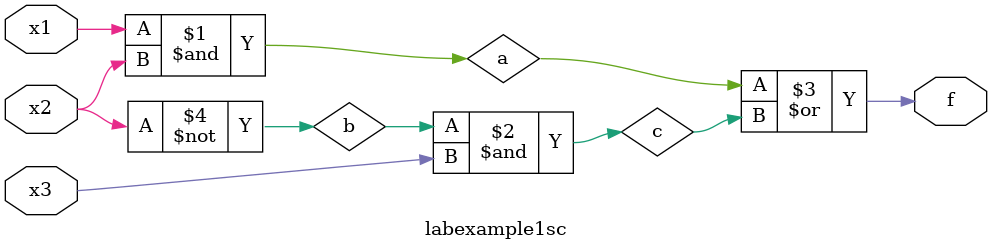
<source format=v>
module labexample1sc(x1,x2,x3,f);
    input x1,x2,x3;
    output f;
    and(a,x1,x2);
    not(b,x2);
    and(c,b,x3);
    or(f,a,c);
endmodule

</source>
